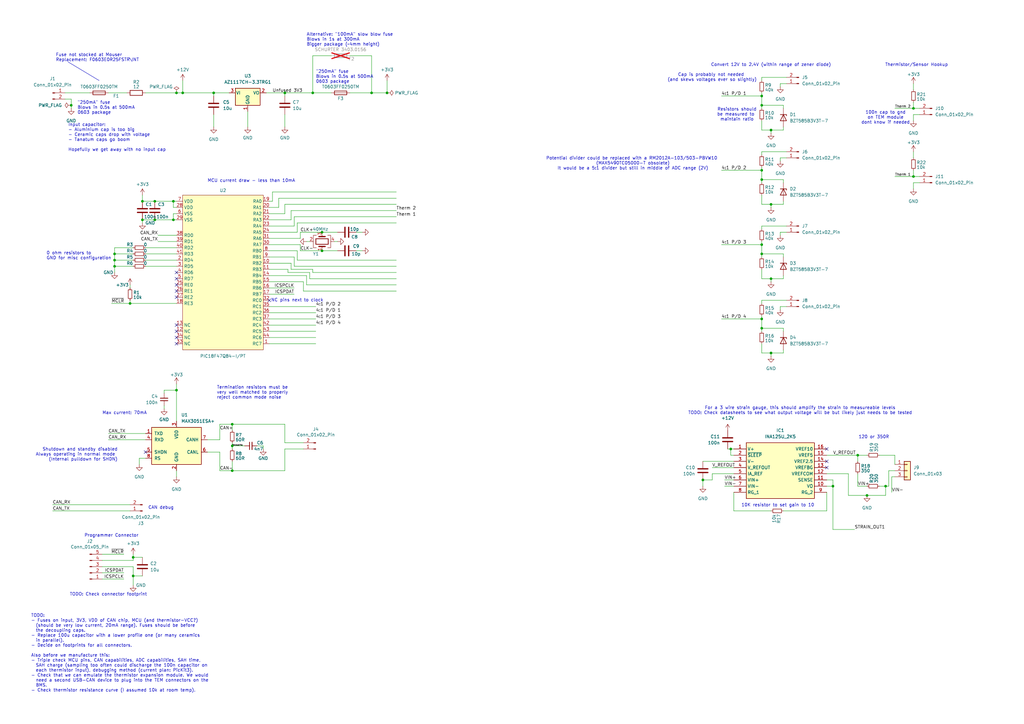
<source format=kicad_sch>
(kicad_sch (version 20231120) (generator "eeschema") (generator_version "8.0")
  (paper "A3")
  (title_block (title "Debug Board") (company "SUFST") (comment 1 "Stag 11") (comment 2 "Ethan Turnbull"))
  (junction (at 95.25 173.99))
  (junction (at 374.65 44.45))
  (junction (at 116.84 38.1))
  (junction (at 312.42 39.37))
  (junction (at 54.61 228.6))
  (junction (at 312.42 73.66))
  (junction (at 312.42 100.33))
  (junction (at 299.72 184.15))
  (junction (at 158.75 38.1))
  (junction (at 72.39 160.02))
  (junction (at 53.34 124.46))
  (junction (at 132.08 102.87))
  (junction (at 312.42 134.62))
  (junction (at 58.42 90.17))
  (junction (at 341.63 199.39))
  (junction (at 63.5 82.55))
  (junction (at 316.23 53.34))
  (junction (at 312.42 43.18))
  (junction (at 355.6 203.2))
  (junction (at 312.42 130.81))
  (junction (at 316.23 114.3))
  (junction (at 363.22 199.39))
  (junction (at 46.99 109.22))
  (junction (at 316.23 144.78))
  (junction (at 316.23 83.82))
  (junction (at 288.29 196.85))
  (junction (at 95.25 193.04))
  (junction (at 312.42 104.14))
  (junction (at 312.42 69.85))
  (junction (at 374.65 72.39))
  (junction (at 71.12 90.17))
  (junction (at 71.12 82.55))
  (junction (at 46.99 106.68))
  (junction (at 72.39 38.1))
  (junction (at 152.4 38.1))
  (junction (at 74.93 38.1))
  (junction (at 54.61 236.22))
  (junction (at 46.99 104.14))
  (junction (at 95.25 182.88))
  (junction (at 132.08 95.25))
  (junction (at 351.79 186.69))
  (junction (at 128.27 38.1))
  (junction (at 58.42 82.55))
  (junction (at 63.5 90.17))
  (junction (at 87.63 38.1))
  (junction (at 29.21 43.18))
  (no_connect (at 59.69 185.42))
  (no_connect (at 72.39 119.38))
  (no_connect (at 339.09 191.77))
  (no_connect (at 339.09 184.15))
  (no_connect (at 72.39 135.89))
  (no_connect (at 72.39 121.92))
  (no_connect (at 72.39 116.84))
  (no_connect (at 72.39 114.3))
  (no_connect (at 72.39 111.76))
  (no_connect (at 72.39 138.43))
  (no_connect (at 72.39 140.97))
  (no_connect (at 339.09 189.23))
  (no_connect (at 110.49 123.19))
  (no_connect (at 72.39 133.35))
  (wire (pts (xy 67.31 160.02) (xy 72.39 160.02)))
  (wire (pts (xy 110.49 102.87) (xy 121.92 102.87)))
  (wire (pts (xy 110.49 128.27) (xy 129.54 128.27)))
  (wire (pts (xy 71.12 87.63) (xy 71.12 90.17)))
  (wire (pts (xy 316.23 53.34) (xy 316.23 54.61)))
  (wire (pts (xy 312.42 62.23) (xy 322.58 62.23)))
  (wire (pts (xy 119.38 110.49) (xy 128.27 110.49)))
  (wire (pts (xy 29.21 44.45) (xy 29.21 43.18)))
  (wire (pts (xy 367.03 186.69) (xy 367.03 190.5)))
  (wire (pts (xy 374.65 69.85) (xy 374.65 72.39)))
  (wire (pts (xy 53.34 123.19) (xy 53.34 124.46)))
  (wire (pts (xy 124.46 119.38) (xy 124.46 115.57)))
  (wire (pts (xy 312.42 43.18) (xy 321.31 43.18)))
  (wire (pts (xy 57.15 187.96) (xy 59.69 187.96)))
  (wire (pts (xy 123.19 95.25) (xy 132.08 95.25)))
  (wire (pts (xy 295.91 39.37) (xy 312.42 39.37)))
  (wire (pts (xy 312.42 53.34) (xy 312.42 49.53)))
  (wire (pts (xy 59.69 101.6) (xy 72.39 101.6)))
  (wire (pts (xy 367.03 195.58) (xy 365.76 195.58)))
  (wire (pts (xy 297.18 199.39) (xy 300.99 199.39)))
  (wire (pts (xy 54.61 227.33) (xy 54.61 228.6)))
  (wire (pts (xy 341.63 196.85) (xy 341.63 199.39)))
  (wire (pts (xy 59.69 38.1) (xy 72.39 38.1)))
  (wire (pts (xy 288.29 196.85) (xy 292.1 196.85)))
  (wire (pts (xy 292.1 191.77) (xy 300.99 191.77)))
  (wire (pts (xy 292.1 194.31) (xy 292.1 196.85)))
  (wire (pts (xy 26.67 38.1) (xy 36.83 38.1)))
  (wire (pts (xy 339.09 199.39) (xy 341.63 199.39)))
  (wire (pts (xy 54.61 101.6) (xy 46.99 101.6)))
  (wire (pts (xy 59.69 106.68) (xy 72.39 106.68)))
  (wire (pts (xy 339.09 196.85) (xy 341.63 196.85)))
  (wire (pts (xy 71.12 85.09) (xy 71.12 82.55)))
  (wire (pts (xy 374.65 62.23) (xy 374.65 64.77)))
  (wire (pts (xy 72.39 85.09) (xy 71.12 85.09)))
  (wire (pts (xy 127 111.76) (xy 127 114.3)))
  (wire (pts (xy 121.92 91.44) (xy 162.56 91.44)))
  (wire (pts (xy 119.38 107.95) (xy 110.49 107.95)))
  (wire (pts (xy 54.61 109.22) (xy 46.99 109.22)))
  (wire (pts (xy 110.49 92.71) (xy 120.65 92.71)))
  (wire (pts (xy 292.1 194.31) (xy 300.99 194.31)))
  (wire (pts (xy 121.92 106.68) (xy 162.56 106.68)))
  (wire (pts (xy 90.17 173.99) (xy 90.17 180.34)))
  (wire (pts (xy 46.99 109.22) (xy 46.99 111.76)))
  (wire (pts (xy 26.67 40.64) (xy 29.21 40.64)))
  (wire (pts (xy 312.42 92.71) (xy 322.58 92.71)))
  (wire (pts (xy 114.3 81.28) (xy 114.3 85.09)))
  (wire (pts (xy 137.16 99.06) (xy 138.43 99.06)))
  (wire (pts (xy 148.59 95.25) (xy 146.05 95.25)))
  (wire (pts (xy 367.03 72.39) (xy 374.65 72.39)))
  (wire (pts (xy 377.19 46.99) (xy 374.65 46.99)))
  (wire (pts (xy 54.61 236.22) (xy 58.42 236.22)))
  (wire (pts (xy 132.08 102.87) (xy 138.43 102.87)))
  (wire (pts (xy 312.42 43.18) (xy 312.42 44.45)))
  (wire (pts (xy 72.39 38.1) (xy 74.93 38.1)))
  (wire (pts (xy 312.42 31.75) (xy 322.58 31.75)))
  (wire (pts (xy 121.92 102.87) (xy 121.92 106.68)))
  (wire (pts (xy 111.76 78.74) (xy 162.56 78.74)))
  (wire (pts (xy 63.5 90.17) (xy 71.12 90.17)))
  (wire (pts (xy 71.12 90.17) (xy 72.39 90.17)))
  (wire (pts (xy 95.25 193.04) (xy 116.84 193.04)))
  (wire (pts (xy 110.49 125.73) (xy 129.54 125.73)))
  (wire (pts (xy 120.65 88.9) (xy 162.56 88.9)))
  (wire (pts (xy 312.42 129.54) (xy 312.42 130.81)))
  (wire (pts (xy 95.25 181.61) (xy 95.25 182.88)))
  (wire (pts (xy 367.03 44.45) (xy 374.65 44.45)))
  (wire (pts (xy 320.04 125.73) (xy 322.58 125.73)))
  (wire (pts (xy 110.49 97.79) (xy 123.19 97.79)))
  (polyline (pts (xy 40.64 33.02) (xy 27.94 25.4)))
  (wire (pts (xy 87.63 38.1) (xy 93.98 38.1)))
  (wire (pts (xy 41.91 234.95) (xy 50.8 234.95)))
  (wire (pts (xy 119.38 86.36) (xy 162.56 86.36)))
  (wire (pts (xy 116.84 193.04) (xy 116.84 184.15)))
  (wire (pts (xy 320.04 95.25) (xy 322.58 95.25)))
  (wire (pts (xy 288.29 196.85) (xy 288.29 199.39)))
  (wire (pts (xy 316.23 83.82) (xy 316.23 85.09)))
  (wire (pts (xy 116.84 87.63) (xy 110.49 87.63)))
  (wire (pts (xy 124.46 119.38) (xy 162.56 119.38)))
  (wire (pts (xy 355.6 203.2) (xy 347.98 203.2)))
  (wire (pts (xy 339.09 201.93) (xy 339.09 209.55)))
  (wire (pts (xy 58.42 90.17) (xy 63.5 90.17)))
  (wire (pts (xy 95.25 176.53) (xy 95.25 173.99)))
  (wire (pts (xy 321.31 104.14) (xy 321.31 105.41)))
  (wire (pts (xy 312.42 31.75) (xy 312.42 33.02)))
  (wire (pts (xy 54.61 228.6) (xy 58.42 228.6)))
  (wire (pts (xy 341.63 217.17) (xy 350.52 217.17)))
  (wire (pts (xy 29.21 43.18) (xy 29.21 40.64)))
  (wire (pts (xy 312.42 92.71) (xy 312.42 93.98)))
  (wire (pts (xy 143.51 38.1) (xy 152.4 38.1)))
  (wire (pts (xy 120.65 118.11) (xy 110.49 118.11)))
  (wire (pts (xy 374.65 74.93) (xy 374.65 77.47)))
  (wire (pts (xy 120.65 92.71) (xy 120.65 88.9)))
  (wire (pts (xy 90.17 193.04) (xy 95.25 193.04)))
  (wire (pts (xy 54.61 236.22) (xy 54.61 240.03)))
  (wire (pts (xy 64.77 96.52) (xy 72.39 96.52)))
  (wire (pts (xy 116.84 181.61) (xy 124.46 181.61)))
  (wire (pts (xy 110.49 100.33) (xy 123.19 100.33)))
  (wire (pts (xy 365.76 195.58) (xy 365.76 201.93)))
  (wire (pts (xy 347.98 194.31) (xy 339.09 194.31)))
  (wire (pts (xy 316.23 209.55) (xy 300.99 209.55)))
  (wire (pts (xy 295.91 130.81) (xy 312.42 130.81)))
  (wire (pts (xy 125.73 113.03) (xy 110.49 113.03)))
  (wire (pts (xy 87.63 38.1) (xy 87.63 39.37)))
  (wire (pts (xy 114.3 85.09) (xy 110.49 85.09)))
  (wire (pts (xy 41.91 229.87) (xy 54.61 229.87)))
  (wire (pts (xy 59.69 104.14) (xy 72.39 104.14)))
  (wire (pts (xy 377.19 74.93) (xy 374.65 74.93)))
  (wire (pts (xy 110.49 130.81) (xy 129.54 130.81)))
  (wire (pts (xy 67.31 161.29) (xy 67.31 160.02)))
  (wire (pts (xy 110.49 135.89) (xy 129.54 135.89)))
  (wire (pts (xy 128.27 22.86) (xy 135.89 22.86)))
  (wire (pts (xy 374.65 41.91) (xy 374.65 44.45)))
  (wire (pts (xy 128.27 38.1) (xy 128.27 22.86)))
  (wire (pts (xy 46.99 104.14) (xy 54.61 104.14)))
  (wire (pts (xy 316.23 114.3) (xy 321.31 114.3)))
  (wire (pts (xy 119.38 110.49) (xy 119.38 107.95)))
  (wire (pts (xy 312.42 100.33) (xy 312.42 104.14)))
  (wire (pts (xy 74.93 38.1) (xy 87.63 38.1)))
  (wire (pts (xy 116.84 38.1) (xy 116.84 39.37)))
  (wire (pts (xy 360.68 186.69) (xy 367.03 186.69)))
  (wire (pts (xy 120.65 105.41) (xy 110.49 105.41)))
  (wire (pts (xy 374.65 34.29) (xy 374.65 36.83)))
  (wire (pts (xy 339.09 209.55) (xy 321.31 209.55)))
  (wire (pts (xy 71.12 82.55) (xy 72.39 82.55)))
  (wire (pts (xy 85.09 185.42) (xy 90.17 185.42)))
  (wire (pts (xy 162.56 109.22) (xy 120.65 109.22)))
  (wire (pts (xy 41.91 227.33) (xy 50.8 227.33)))
  (wire (pts (xy 58.42 80.01) (xy 58.42 82.55)))
  (wire (pts (xy 41.91 237.49) (xy 50.8 237.49)))
  (wire (pts (xy 316.23 144.78) (xy 316.23 146.05)))
  (wire (pts (xy 46.99 106.68) (xy 54.61 106.68)))
  (wire (pts (xy 363.22 199.39) (xy 363.22 203.2)))
  (wire (pts (xy 316.23 83.82) (xy 321.31 83.82)))
  (wire (pts (xy 67.31 166.37) (xy 67.31 167.64)))
  (wire (pts (xy 58.42 82.55) (xy 63.5 82.55)))
  (wire (pts (xy 110.49 138.43) (xy 129.54 138.43)))
  (wire (pts (xy 316.23 53.34) (xy 321.31 53.34)))
  (wire (pts (xy 320.04 96.52) (xy 320.04 95.25)))
  (wire (pts (xy 128.27 111.76) (xy 162.56 111.76)))
  (wire (pts (xy 143.51 22.86) (xy 152.4 22.86)))
  (wire (pts (xy 347.98 203.2) (xy 347.98 194.31)))
  (wire (pts (xy 116.84 173.99) (xy 116.84 181.61)))
  (wire (pts (xy 374.65 46.99) (xy 374.65 49.53)))
  (wire (pts (xy 107.95 182.88) (xy 107.95 184.15)))
  (wire (pts (xy 95.25 173.99) (xy 116.84 173.99)))
  (wire (pts (xy 298.45 184.15) (xy 299.72 184.15)))
  (wire (pts (xy 312.42 68.58) (xy 312.42 69.85)))
  (wire (pts (xy 360.68 199.39) (xy 363.22 199.39)))
  (wire (pts (xy 312.42 83.82) (xy 316.23 83.82)))
  (wire (pts (xy 316.23 114.3) (xy 316.23 115.57)))
  (wire (pts (xy 295.91 69.85) (xy 312.42 69.85)))
  (wire (pts (xy 152.4 38.1) (xy 158.75 38.1)))
  (wire (pts (xy 320.04 127) (xy 320.04 125.73)))
  (wire (pts (xy 321.31 83.82) (xy 321.31 82.55)))
  (wire (pts (xy 312.42 123.19) (xy 312.42 124.46)))
  (wire (pts (xy 124.46 115.57) (xy 110.49 115.57)))
  (wire (pts (xy 320.04 66.04) (xy 320.04 64.77)))
  (wire (pts (xy 351.79 189.23) (xy 351.79 186.69)))
  (wire (pts (xy 312.42 104.14) (xy 321.31 104.14)))
  (wire (pts (xy 63.5 82.55) (xy 71.12 82.55)))
  (wire (pts (xy 123.19 95.25) (xy 123.19 97.79)))
  (wire (pts (xy 72.39 193.04) (xy 72.39 195.58)))
  (wire (pts (xy 95.25 182.88) (xy 95.25 184.15)))
  (wire (pts (xy 312.42 38.1) (xy 312.42 39.37)))
  (wire (pts (xy 111.76 82.55) (xy 110.49 82.55)))
  (wire (pts (xy 320.04 64.77) (xy 322.58 64.77)))
  (wire (pts (xy 105.41 182.88) (xy 107.95 182.88)))
  (wire (pts (xy 300.99 201.93) (xy 300.99 209.55)))
  (wire (pts (xy 44.45 38.1) (xy 52.07 38.1)))
  (wire (pts (xy 72.39 87.63) (xy 71.12 87.63)))
  (wire (pts (xy 312.42 123.19) (xy 322.58 123.19)))
  (wire (pts (xy 90.17 185.42) (xy 90.17 193.04)))
  (wire (pts (xy 128.27 38.1) (xy 135.89 38.1)))
  (wire (pts (xy 54.61 232.41) (xy 54.61 236.22)))
  (wire (pts (xy 128.27 110.49) (xy 128.27 111.76)))
  (wire (pts (xy 295.91 100.33) (xy 312.42 100.33)))
  (wire (pts (xy 116.84 184.15) (xy 124.46 184.15)))
  (wire (pts (xy 148.59 102.87) (xy 146.05 102.87)))
  (wire (pts (xy 21.59 207.01) (xy 53.34 207.01)))
  (wire (pts (xy 95.25 182.88) (xy 100.33 182.88)))
  (wire (pts (xy 288.29 189.23) (xy 300.99 189.23)))
  (wire (pts (xy 44.45 177.8) (xy 59.69 177.8)))
  (wire (pts (xy 54.61 228.6) (xy 54.61 229.87)))
  (wire (pts (xy 123.19 102.87) (xy 132.08 102.87)))
  (wire (pts (xy 118.11 111.76) (xy 127 111.76)))
  (wire (pts (xy 53.34 116.84) (xy 53.34 118.11)))
  (wire (pts (xy 121.92 95.25) (xy 121.92 91.44)))
  (wire (pts (xy 351.79 186.69) (xy 355.6 186.69)))
  (wire (pts (xy 111.76 78.74) (xy 111.76 82.55)))
  (wire (pts (xy 101.6 45.72) (xy 101.6 52.07)))
  (wire (pts (xy 374.65 72.39) (xy 377.19 72.39)))
  (wire (pts (xy 116.84 83.82) (xy 116.84 87.63)))
  (wire (pts (xy 41.91 232.41) (xy 54.61 232.41)))
  (wire (pts (xy 110.49 90.17) (xy 119.38 90.17)))
  (wire (pts (xy 321.31 144.78) (xy 321.31 143.51)))
  (wire (pts (xy 95.25 189.23) (xy 95.25 193.04)))
  (wire (pts (xy 125.73 116.84) (xy 125.73 113.03)))
  (wire (pts (xy 312.42 73.66) (xy 312.42 74.93)))
  (wire (pts (xy 120.65 109.22) (xy 120.65 105.41)))
  (wire (pts (xy 110.49 133.35) (xy 129.54 133.35)))
  (wire (pts (xy 158.75 33.02) (xy 158.75 38.1)))
  (wire (pts (xy 297.18 196.85) (xy 300.99 196.85)))
  (wire (pts (xy 45.72 124.46) (xy 53.34 124.46)))
  (wire (pts (xy 87.63 46.99) (xy 87.63 52.07)))
  (wire (pts (xy 44.45 180.34) (xy 59.69 180.34)))
  (wire (pts (xy 127 114.3) (xy 162.56 114.3)))
  (wire (pts (xy 110.49 110.49) (xy 118.11 110.49)))
  (wire (pts (xy 321.31 53.34) (xy 321.31 52.07)))
  (wire (pts (xy 57.15 190.5) (xy 57.15 187.96)))
  (wire (pts (xy 53.34 124.46) (xy 72.39 124.46)))
  (wire (pts (xy 312.42 130.81) (xy 312.42 134.62)))
  (wire (pts (xy 312.42 144.78) (xy 316.23 144.78)))
  (wire (pts (xy 121.92 95.25) (xy 110.49 95.25)))
  (wire (pts (xy 320.04 34.29) (xy 322.58 34.29)))
  (wire (pts (xy 116.84 38.1) (xy 128.27 38.1)))
  (wire (pts (xy 321.31 43.18) (xy 321.31 44.45)))
  (wire (pts (xy 321.31 114.3) (xy 321.31 113.03)))
  (wire (pts (xy 312.42 114.3) (xy 312.42 110.49)))
  (wire (pts (xy 312.42 62.23) (xy 312.42 63.5)))
  (wire (pts (xy 367.03 193.04) (xy 364.49 193.04)))
  (wire (pts (xy 312.42 134.62) (xy 312.42 135.89)))
  (wire (pts (xy 312.42 114.3) (xy 316.23 114.3)))
  (wire (pts (xy 312.42 69.85) (xy 312.42 73.66)))
  (wire (pts (xy 74.93 33.02) (xy 74.93 38.1)))
  (wire (pts (xy 85.09 180.34) (xy 90.17 180.34)))
  (wire (pts (xy 312.42 53.34) (xy 316.23 53.34)))
  (wire (pts (xy 116.84 46.99) (xy 116.84 52.07)))
  (wire (pts (xy 316.23 144.78) (xy 321.31 144.78)))
  (wire (pts (xy 312.42 144.78) (xy 312.42 140.97)))
  (wire (pts (xy 299.72 184.15) (xy 299.72 186.69)))
  (wire (pts (xy 312.42 134.62) (xy 321.31 134.62)))
  (wire (pts (xy 312.42 39.37) (xy 312.42 43.18)))
  (wire (pts (xy 119.38 90.17) (xy 119.38 86.36)))
  (wire (pts (xy 46.99 101.6) (xy 46.99 104.14)))
  (wire (pts (xy 125.73 99.06) (xy 127 99.06)))
  (wire (pts (xy 363.22 199.39) (xy 364.49 199.39)))
  (wire (pts (xy 374.65 44.45) (xy 377.19 44.45)))
  (wire (pts (xy 110.49 140.97) (xy 129.54 140.97)))
  (wire (pts (xy 351.79 199.39) (xy 355.6 199.39)))
  (wire (pts (xy 64.77 99.06) (xy 72.39 99.06)))
  (wire (pts (xy 300.99 186.69) (xy 299.72 186.69)))
  (wire (pts (xy 321.31 134.62) (xy 321.31 135.89)))
  (wire (pts (xy 320.04 35.56) (xy 320.04 34.29)))
  (wire (pts (xy 351.79 194.31) (xy 351.79 199.39)))
  (wire (pts (xy 363.22 203.2) (xy 355.6 203.2)))
  (wire (pts (xy 90.17 173.99) (xy 95.25 173.99)))
  (wire (pts (xy 116.84 83.82) (xy 162.56 83.82)))
  (wire (pts (xy 118.11 111.76) (xy 118.11 110.49)))
  (wire (pts (xy 46.99 106.68) (xy 46.99 109.22)))
  (wire (pts (xy 46.99 104.14) (xy 46.99 106.68)))
  (wire (pts (xy 341.63 199.39) (xy 341.63 217.17)))
  (wire (pts (xy 110.49 120.65) (xy 120.65 120.65)))
  (wire (pts (xy 312.42 73.66) (xy 321.31 73.66)))
  (wire (pts (xy 364.49 193.04) (xy 364.49 199.39)))
  (wire (pts (xy 58.42 90.17) (xy 58.42 91.44)))
  (wire (pts (xy 299.72 184.15) (xy 300.99 184.15)))
  (wire (pts (xy 109.22 38.1) (xy 116.84 38.1)))
  (wire (pts (xy 312.42 104.14) (xy 312.42 105.41)))
  (wire (pts (xy 312.42 83.82) (xy 312.42 80.01)))
  (wire (pts (xy 152.4 22.86) (xy 152.4 38.1)))
  (wire (pts (xy 72.39 160.02) (xy 72.39 172.72)))
  (wire (pts (xy 339.09 186.69) (xy 351.79 186.69)))
  (wire (pts (xy 312.42 99.06) (xy 312.42 100.33)))
  (wire (pts (xy 125.73 116.84) (xy 162.56 116.84)))
  (wire (pts (xy 59.69 109.22) (xy 72.39 109.22)))
  (wire (pts (xy 123.19 100.33) (xy 123.19 102.87)))
  (wire (pts (xy 114.3 81.28) (xy 162.56 81.28)))
  (wire (pts (xy 321.31 73.66) (xy 321.31 74.93)))
  (wire (pts (xy 21.59 209.55) (xy 53.34 209.55)))
  (wire (pts (xy 72.39 157.48) (xy 72.39 160.02)))
  (wire (pts (xy 132.08 95.25) (xy 138.43 95.25)))
  (text "MCU current draw - less than 10mA" (at 85.09 74.93 0) (effects (font (size 1.27 1.27)) (justify left bottom)))
  (text "Thermistor/Sensor Hookup" (at 375.92 26.67 0) (effects (font (size 1.27 1.27))))
  (text "Max current: 70mA" (at 41.91 170.18 0) (effects (font (size 1.27 1.27)) (justify left bottom)))
  (text "Alternative: \"100mA\" slow blow fuse\nBlows in 1s at 300mA\nBigger package (~4mm height)" (at 125.73 19.05 0) (effects (font (size 1.27 1.27)) (justify left bottom)))
  (text "Cap is probably not needed \n(and skews voltages ever so slightly)" (at 292.1 31.75 0) (effects (font (size 1.27 1.27))))
  (text "10K resistor to set gain to 10" (at 319.024 207.264 0) (effects (font (size 1.27 1.27))))
  (text "For a 3 wire strain gauge, this should amplify the strain to measureable levels\nTODO: Check datasheets to see what output voltage will be but likely just needs to be tested" (at 328.168 168.402 0) (effects (font (size 1.27 1.27))))
  (text "Shutdown and standby disabled\nAlways operating in normal mode \n(Internal pulldown for SHDN)" (at 48.26 189.23 0) (effects (font (size 1.27 1.27)) (justify right bottom)))
  (text "\"250mA\" fuse\nBlows in 0.5s at 500mA\n0603 package" (at 129.54 34.29 0) (effects (font (size 1.27 1.27)) (justify left bottom)))
  (text "Input capacitor:\n- Aluminium cap is too big\n- Ceramic caps drop with voltage\n- Tanatum caps go boom\n\nHopefully we get away with no input cap" (at 27.94 62.23 0) (effects (font (size 1.27 1.27)) (justify left bottom)))
  (text "Resistors should\nbe measured to \nmaintain ratio" (at 302.26 46.99 0) (effects (font (size 1.27 1.27))))
  (text "\"250mA\" fuse\nBlows in 0.5s at 500mA\n0603 package" (at 31.75 46.99 0) (effects (font (size 1.27 1.27)) (justify left bottom)))
  (text "Convert 12V to 2.4V (within range of zener diode)" (at 316.23 26.67 0) (effects (font (size 1.27 1.27))))
  (text "0 ohm resistors to\nGND for misc configuration" (at 19.05 106.68 0) (effects (font (size 1.27 1.27)) (justify left bottom)))
  (text "TODO:\n- Fuses on input, 3V3, VDD of CAN chip, MCU (and thermistor-VCC?)\n  (should be very low current, 20mA range). Fuses should be before\n  the decoupling caps.\n- Replace 100u capacitor with a lower profile one (or many ceramics\n  in parallel).\n- Decide on footprints for all connectors.\n\nAlso before we manufacture this:\n- Triple check MCU pins, CAN capabilities, ADC capabilities, SAH time,\n  SAH charge (sampling too often could discharge the 100n capacitor on\n  each thermistor input), debugging method (current plan: PicKit3).\n- Check that we can emulate the thermistor expansion module. We would\n  need a second USB-CAN device to plug into the TEM connectors on the\n  BMS.\n- Check thermistor resistance curve (I assumed 10k at room temp)." (at 12.7 283.972 0) (effects (font (size 1.27 1.27)) (justify left bottom)))
  (text "120 or 350R\n" (at 358.394 179.324 0) (effects (font (size 1.27 1.27))))
  (text "Fuse not stocked at Mouser\nReplacement: F0603E0R25FSTR\\INT" (at 22.86 25.4 0) (effects (font (size 1.27 1.27)) (justify left bottom)))
  (text "Termination resistors must be \nvery well matched to properly \nreject common mode noise" (at 88.9 163.83 0) (effects (font (size 1.27 1.27)) (justify left bottom)))
  (text "NC pins next to clock" (at 121.92 123.19 0) (effects (font (size 1.27 1.27))))
  (text "Potential divider could be replaced with a RM2012A-103/503-PBVW10 \n(MAX5490TC05000-T obsolete)\nIt would be a 5:1 divider but still in middle of ADC range (2V)" (at 259.588 67.056 0) (effects (font (size 1.27 1.27))))
  (text "100n cap to gnd\non TEM module\ndont know if needed" (at 363.22 48.26 0) (effects (font (size 1.27 1.27))))
  (text "Programmer Connector" (at 45.72 219.71 0) (effects (font (size 1.27 1.27))))
  (text "CAN debug" (at 66.04 208.28 0) (effects (font (size 1.27 1.27))))
  (text "TODO: Check connector footprint" (at 44.45 243.84 0) (effects (font (size 1.27 1.27))))
  (label "CAN_RX" (at 44.45 180.34 0))
  (label "VIN-" (at 297.18 199.39 0))
  (label "4:1 P{slash}D 3" (at 129.54 130.81 0))
  (label "CAN_TX" (at 21.59 209.55 0))
  (label "STRAIN_OUT1" (at 350.52 217.17 0))
  (label "ICSPDAT" (at 120.65 120.65 180))
  (label "4:1 P{slash}D 3" (at 295.91 100.33 0))
  (label "V_REFOUT" (at 341.63 186.69 0))
  (label "VIN-" (at 365.76 201.93 0))
  (label "4:1 P{slash}D 2" (at 129.54 125.73 0))
  (label "CLK+" (at 123.19 95.25 0))
  (label "4:1 P{slash}D 4" (at 129.54 133.35 0))
  (label "Therm 2" (at 367.03 44.45 0) (effects (font (size 1.016 1.016))))
  (label "CAN+" (at 90.17 176.53 0))
  (label "~{MCLR}" (at 50.8 227.33 180))
  (label "Decoupling" (at 95.25 182.88 0) (effects (font (size 0.508 0.508))))
  (label "CAN_RX" (at 64.77 96.52 180))
  (label "4:1 P{slash}D 1" (at 129.54 128.27 0))
  (label "Therm 2" (at 162.56 86.36 0))
  (label "CAN_TX" (at 44.45 177.8 0))
  (label "CLK-" (at 123.19 102.87 0))
  (label "4:1 P{slash}D 2" (at 295.91 69.85 0))
  (label "4:1 P{slash}D 1" (at 295.91 39.37 0))
  (label "CAN-" (at 90.17 193.04 0))
  (label "ICSPDAT" (at 50.8 234.95 180))
  (label "4:1 P{slash}D 4" (at 295.91 130.81 0))
  (label "CAN_RX" (at 21.59 207.01 0))
  (label "~{MCLR}" (at 45.72 124.46 0))
  (label "Therm 1" (at 367.03 72.39 0) (effects (font (size 1.016 1.016))))
  (label "ICSPCLK" (at 50.8 237.49 180))
  (label "CAN_TX" (at 64.77 99.06 180))
  (label "Unfused 3V3" (at 111.76 38.1 0))
  (label "VIN+" (at 297.18 196.85 0))
  (label "VIN+" (at 351.79 199.39 0))
  (label "V_REFOUT" (at 292.1 191.77 0))
  (label "ICSPCLK" (at 120.65 118.11 180))
  (label "Therm 1" (at 162.56 88.9 0))
  (symbol (lib_id "Device:R_Small") (at 95.25 179.07 180) (unit 1)
    (property "Reference" "R7" (at 96.52 178.435 0) (effects (justify right)))
    (property "Value" "60R" (at 96.52 180.34 0) (effects (justify right)))
    (property "Footprint" "Resistor_SMD:R_0805_2012Metric_Pad1.20x1.40mm_HandSolder" (effects (hide yes)))
    (property "Datasheet" "https://www.mouser.co.uk/datasheet/2/427/dcrcwife3-1761849.pdf" (effects (hide yes)))
    (property "Optional" "True" (effects (hide yes)))
    (property "Supplier" "Mouser" (effects (hide yes)))
  )
  (symbol (lib_id "Device:C") (at 58.42 86.36 0) (unit 1)
    (property "Reference" "C1" (at 59.69 83.82 0) (effects (justify left)))
    (property "Value" "100n" (at 59.055 88.9 0) (effects (justify left)))
    (property "Footprint" "Capacitor_SMD:C_0805_2012Metric_Pad1.18x1.45mm_HandSolder" (effects (hide yes)))
  )
  (symbol (lib_id "power:+3V3") (at 54.61 227.33 0) (unit 1)
    (property "Reference" "#PWR04" (effects (hide yes)))
    (property "Value" "+3V3" (at 54.61 222.885 0))
  )
  (symbol (lib_id "Device:R_Small") (at 312.42 107.95 180) (unit 1)
    (property "Reference" "R14" (at 313.69 107.315 0) (effects (justify right)))
    (property "Value" "10k" (at 313.69 109.22 0) (effects (justify right)))
    (property "Footprint" "Resistor_SMD:R_0805_2012Metric_Pad1.20x1.40mm_HandSolder" (effects (hide yes)))
    (property "Datasheet" "https://www.mouser.co.uk/datasheet/2/427/dcrcwife3-1761849.pdf" (effects (hide yes)))
    (property "Optional" "True" (effects (hide yes)))
    (property "Supplier" "Mouser" (effects (hide yes)))
  )
  (symbol (lib_name "GND_1") (lib_id "power:GND") (at 87.63 52.07 0) (unit 1)
    (property "Reference" "#PWR013" (effects (hide yes)))
    (property "Value" "GND" (at 87.63 57.15 0))
    (property "Description" "Power symbol creates a global label with name \"GND\" , ground" (effects (hide yes)))
  )
  (symbol (lib_id "Device:R_Small") (at 312.42 127 180) (unit 1)
    (property "Reference" "R15" (at 313.69 126.365 0) (effects (justify right)))
    (property "Value" "40k" (at 313.69 128.27 0) (effects (justify right)))
    (property "Footprint" "Resistor_SMD:R_0805_2012Metric_Pad1.20x1.40mm_HandSolder" (effects (hide yes)))
    (property "Datasheet" "https://www.mouser.co.uk/datasheet/2/427/dcrcwife3-1761849.pdf" (effects (hide yes)))
    (property "Optional" "True" (effects (hide yes)))
    (property "Supplier" "Mouser" (effects (hide yes)))
  )
  (symbol (lib_id "power:+3V3") (at 374.65 34.29 0) (unit 1)
    (property "Reference" "#PWR033" (effects (hide yes)))
    (property "Value" "+3V3" (at 374.65 30.48 0))
  )
  (symbol (lib_id "power:GND") (at 148.59 95.25 90) (unit 1)
    (property "Reference" "#PWR019" (effects (hide yes)))
    (property "Value" "GND" (effects (hide yes)))
  )
  (symbol (lib_id "power:GND") (at 107.95 184.15 0) (unit 1)
    (property "Reference" "#PWR015" (effects (hide yes)))
    (property "Value" "GND" (at 107.95 187.96 0))
  )
  (symbol (lib_id "Device:Fuse") (at 40.64 38.1 90) (unit 1)
    (property "Reference" "F1" (at 47.625 39.37 90))
    (property "Value" "T0603FF0250TM" (at 40.64 35.56 90))
    (property "Footprint" "Fuse:Fuse_0603_1608Metric_Pad1.05x0.95mm_HandSolder" (effects (hide yes)))
  )
  (symbol (lib_id "power:+3V3") (at 58.42 80.01 0) (unit 1)
    (property "Reference" "#PWR07" (effects (hide yes)))
    (property "Value" "+3V3" (at 58.42 75.565 0))
  )
  (symbol (lib_id "power:GND") (at 116.84 52.07 0) (unit 1)
    (property "Reference" "#PWR016" (effects (hide yes)))
    (property "Value" "GND" (at 116.84 56.515 0))
  )
  (symbol (lib_id "power:GND") (at 58.42 91.44 0) (unit 1)
    (property "Reference" "#PWR08" (effects (hide yes)))
    (property "Value" "GND" (at 61.595 91.44 0))
  )
  (symbol (lib_id "Device:C") (at 142.24 95.25 90) (unit 1)
    (property "Reference" "C8" (at 145.415 97.155 90))
    (property "Value" "10p" (at 145.415 93.98 90))
    (property "Footprint" "Capacitor_SMD:C_0603_1608Metric_Pad1.08x0.95mm_HandSolder" (effects (hide yes)))
  )
  (symbol (lib_name "GND_3") (lib_id "power:GND") (at 316.23 85.09 0) (unit 1)
    (property "Reference" "#PWR025" (effects (hide yes)))
    (property "Value" "GND" (at 316.23 90.17 0))
    (property "Description" "Power symbol creates a global label with name \"GND\" , ground" (effects (hide yes)))
  )
  (symbol (lib_id "power:GND") (at 374.65 49.53 0) (unit 1)
    (property "Reference" "#PWR034" (effects (hide yes)))
    (property "Value" "GND" (at 374.65 54.61 0))
  )
  (symbol (lib_id "Device:C") (at 58.42 232.41 0) (unit 1)
    (property "Reference" "C2" (at 61.595 231.14 0) (effects (justify left)))
    (property "Value" "10u" (at 61.595 233.68 0) (effects (justify left)))
    (property "Footprint" "Capacitor_SMD:C_0805_2012Metric_Pad1.18x1.45mm_HandSolder" (effects (hide yes)))
  )
  (symbol (lib_name "GND_3") (lib_id "power:GND") (at 316.23 115.57 0) (unit 1)
    (property "Reference" "#PWR026" (effects (hide yes)))
    (property "Value" "GND" (at 316.23 120.65 0))
    (property "Description" "Power symbol creates a global label with name \"GND\" , ground" (effects (hide yes)))
  )
  (symbol (lib_id "power:+3V3") (at 374.65 62.23 0) (unit 1)
    (property "Reference" "#PWR035" (effects (hide yes)))
    (property "Value" "+3V3" (at 374.65 58.42 0))
  )
  (symbol (lib_id "power:+12V") (at 74.93 33.02 0) (unit 1)
    (property "Reference" "#PWR012" (effects (hide yes)))
    (property "Value" "+12V" (at 74.93 28.575 0))
  )
  (symbol (lib_id "power:+12V") (at 298.45 176.53 0) (unit 1)
    (property "Reference" "#PWR023" (effects (hide yes)))
    (property "Value" "+12V" (at 298.45 171.45 0))
    (property "Description" "Power symbol creates a global label with name \"+12V\"" (effects (hide yes)))
  )
  (symbol (lib_id "Connector:Conn_01x02_Pin") (at 327.66 34.29 180) (unit 1)
    (property "Reference" "J5" (at 328.93 31.7499 0) (effects (justify right)))
    (property "Value" "Conn_01x02_Pin" (at 328.93 34.2899 0) (effects (justify right)))
    (property "Footprint" "Connector_Molex:Molex_Micro-Fit_3.0_43045-0200_2x01_P3.00mm_Horizontal" (effects (hide yes)))
    (property "Description" "Generic connector, single row, 01x02, script generated" (effects (hide yes)))
  )
  (symbol (lib_id "Device:R_Small") (at 312.42 66.04 180) (unit 1)
    (property "Reference" "R11" (at 313.69 65.405 0) (effects (justify right)))
    (property "Value" "40k" (at 313.69 67.31 0) (effects (justify right)))
    (property "Footprint" "Resistor_SMD:R_0805_2012Metric_Pad1.20x1.40mm_HandSolder" (effects (hide yes)))
    (property "Datasheet" "https://www.mouser.co.uk/datasheet/2/427/dcrcwife3-1761849.pdf" (effects (hide yes)))
    (property "Optional" "True" (effects (hide yes)))
    (property "Supplier" "Mouser" (effects (hide yes)))
  )
  (symbol (lib_id "Device:C") (at 142.24 102.87 90) (unit 1)
    (property "Reference" "C9" (at 146.05 100.965 90))
    (property "Value" "10p" (at 146.05 104.14 90))
    (property "Footprint" "Capacitor_SMD:C_0603_1608Metric_Pad1.08x0.95mm_HandSolder" (effects (hide yes)))
  )
  (symbol (lib_id "Device:C") (at 116.84 43.18 0) (unit 1)
    (property "Reference" "C7" (at 120.015 41.91 0) (effects (justify left)))
    (property "Value" "10u" (at 120.015 44.45 0) (effects (justify left)))
    (property "Footprint" "Capacitor_SMD:C_0805_2012Metric_Pad1.18x1.45mm_HandSolder" (effects (hide yes)))
    (property "Description" "ESR < 10R" (effects (hide yes)))
  )
  (symbol (lib_id "power:+3V3") (at 158.75 33.02 0) (unit 1)
    (property "Reference" "#PWR021" (effects (hide yes)))
    (property "Value" "+3V3" (at 158.75 28.575 0))
  )
  (symbol (lib_id "Device:D_Zener") (at 321.31 78.74 270) (unit 1)
    (property "Reference" "D2" (at 323.85 77.4699 90) (effects (justify left)))
    (property "Value" "BZT585B3V3T-7" (at 323.85 80.0099 90) (effects (justify left)))
    (property "Footprint" "Diode_SMD:D_SOD-523" (effects (hide yes)))
    (property "Datasheet" "https://www.diodes.com//assets/Datasheets/BZT585BxVxT.pdf" (effects (hide yes)))
    (property "Description" "Diodes Inc BZT585B3V3T-7 Zener Diode, 3.3V +/-2% 350 mW SMT 2-Pin SOD-523" (effects (hide yes)))
    (property "Height" "0.65" (effects (hide yes)))
    (property "Mouser Part Number" "621-BZT585B3V3T-7" (effects (hide yes)))
    (property "Mouser Price/Stock" "https://www.mouser.co.uk/ProductDetail/Diodes-Incorporated/BZT585B3V3T-7?qs=bLNvM6dkO6SLQKLMisQhRA%3D%3D" (effects (hide yes)))
    (property "Manufacturer_Name" "Diodes Incorporated" (effects (hide yes)))
    (property "Manufacturer_Part_Number" "BZT585B3V3T-7" (effects (hide yes)))
  )
  (symbol (lib_id "power:GND") (at 72.39 195.58 0) (unit 1)
    (property "Reference" "#PWR011" (effects (hide yes)))
    (property "Value" "GND" (at 72.39 200.66 0))
  )
  (symbol (lib_id "Device:Fuse") (at 139.7 38.1 90) (unit 1)
    (property "Reference" "F3" (at 139.7 40.386 90))
    (property "Value" "T0603FF0250TM" (at 139.7 35.56 90))
    (property "Footprint" "Fuse:Fuse_0603_1608Metric_Pad1.05x0.95mm_HandSolder" (effects (hide yes)))
  )
  (symbol (lib_id "power:GND") (at 288.29 199.39 0) (mirror y) (unit 1)
    (property "Reference" "#PWR022" (effects (hide yes)))
    (property "Value" "GND" (at 288.29 204.47 0))
    (property "Description" "Power symbol creates a global label with name \"GND\" , ground" (effects (hide yes)))
  )
  (symbol (lib_id "Connector:Conn_01x02_Pin") (at 382.27 46.99 180) (unit 1)
    (property "Reference" "J10" (at 383.54 44.4499 0) (effects (justify right)))
    (property "Value" "Conn_01x02_Pin" (at 383.54 46.9899 0) (effects (justify right)))
    (property "Footprint" "Connector_Molex:Molex_Micro-Fit_3.0_43045-0200_2x01_P3.00mm_Horizontal" (effects (hide yes)))
    (property "Description" "Generic connector, single row, 01x02, script generated" (effects (hide yes)))
  )
  (symbol (lib_id "Regulator_Linear:AZ1117-3.3") (at 101.6 38.1 0) (unit 1)
    (property "Reference" "U3" (at 101.6 31.115 0))
    (property "Value" "AZ1117CH-3.3TRG1" (at 101.6 33.655 0))
    (property "Footprint" "Package_TO_SOT_SMD:SOT-223-3_TabPin2" (effects (hide yes)))
  )
  (symbol (lib_id "Device:C") (at 87.63 43.18 0) (unit 1)
    (property "Reference" "C5" (at 91.44 41.9099 0) (effects (justify left)))
    (property "Value" "10u" (at 91.44 44.4499 0) (effects (justify left)))
    (property "Footprint" "Capacitor_SMD:C_0805_2012Metric_Pad1.18x1.45mm_HandSolder" (effects (hide yes)))
    (property "Description" "Unpolarized capacitor" (effects (hide yes)))
  )
  (symbol (lib_id "Device:R_Small") (at 312.42 77.47 180) (unit 1)
    (property "Reference" "R12" (at 313.69 76.835 0) (effects (justify right)))
    (property "Value" "10k" (at 313.69 78.74 0) (effects (justify right)))
    (property "Footprint" "Resistor_SMD:R_0805_2012Metric_Pad1.20x1.40mm_HandSolder" (effects (hide yes)))
    (property "Datasheet" "https://www.mouser.co.uk/datasheet/2/427/dcrcwife3-1761849.pdf" (effects (hide yes)))
    (property "Optional" "True" (effects (hide yes)))
    (property "Supplier" "Mouser" (effects (hide yes)))
  )
  (symbol (lib_name "GND_2") (lib_id "power:GND") (at 320.04 66.04 0) (unit 1)
    (property "Reference" "#PWR029" (effects (hide yes)))
    (property "Value" "GND" (at 320.04 71.12 0))
    (property "Description" "Power symbol creates a global label with name \"GND\" , ground" (effects (hide yes)))
  )
  (symbol (lib_id "Device:R_Small") (at 351.79 191.77 180) (unit 1)
    (property "Reference" "R18" (at 353.06 191.135 0) (effects (justify right)))
    (property "Value" "350" (at 353.06 193.04 0) (effects (justify right)))
    (property "Footprint" "Resistor_SMD:R_0805_2012Metric_Pad1.20x1.40mm_HandSolder" (effects (hide yes)))
    (property "Datasheet" "https://www.mouser.co.uk/datasheet/2/427/dcrcwife3-1761849.pdf" (effects (hide yes)))
    (property "Optional" "True" (effects (hide yes)))
    (property "Supplier" "Mouser" (effects (hide yes)))
  )
  (symbol (lib_id "Device:R_Small") (at 374.65 39.37 180) (unit 1)
    (property "Reference" "R21" (at 375.92 38.735 0) (effects (justify right)))
    (property "Value" "10k" (at 375.92 40.64 0) (effects (justify right)))
    (property "Footprint" "Resistor_SMD:R_0805_2012Metric_Pad1.20x1.40mm_HandSolder" (effects (hide yes)))
    (property "Datasheet" "https://www.mouser.co.uk/datasheet/2/427/dcrcwife3-1761849.pdf" (effects (hide yes)))
    (property "Optional" "True" (effects (hide yes)))
    (property "Supplier" "Mouser" (effects (hide yes)))
  )
  (symbol (lib_id "power:PWR_FLAG") (at 29.21 43.18 90) (unit 1)
    (property "Reference" "#FLG01" (effects (hide yes)))
    (property "Value" "PWR_FLAG" (at 25.4 43.18 90) (effects (justify left)))
  )
  (symbol (lib_id "SUFST:PIC18F47Q84-I/PT") (at 91.44 111.76 0) (mirror y) (unit 1)
    (property "Reference" "U2" (at 91.44 78.105 0))
    (property "Value" "PIC18F47Q84-I/PT" (at 91.44 146.05 0))
    (property "Footprint" "Package_QFP:TQFP-44_10x10mm_P0.8mm" (effects (hide yes)))
    (property "Datasheet" "https://www.microchip.com/en-us/product/pic18f47q84#document-table" (effects (hide yes)))
  )
  (symbol (lib_id "power:PWR_FLAG") (at 158.75 38.1 270) (unit 1)
    (property "Reference" "#FLG03" (effects (hide yes)))
    (property "Value" "PWR_FLAG" (at 161.925 38.1 90) (effects (justify left)))
  )
  (symbol (lib_id "Device:Crystal_GND24") (at 132.08 99.06 90) (unit 1)
    (property "Reference" "Y1" (at 129.54 104.14 90))
    (property "Value" "40MHz" (at 131.445 93.98 90))
    (property "Footprint" "Crystal:Crystal_SMD_SeikoEpson_FA128-4Pin_2.0x1.6mm" (effects (hide yes)))
  )
  (symbol (lib_id "Device:R_Small") (at 312.42 138.43 180) (unit 1)
    (property "Reference" "R16" (at 313.69 137.795 0) (effects (justify right)))
    (property "Value" "10k" (at 313.69 139.7 0) (effects (justify right)))
    (property "Footprint" "Resistor_SMD:R_0805_2012Metric_Pad1.20x1.40mm_HandSolder" (effects (hide yes)))
    (property "Datasheet" "https://www.mouser.co.uk/datasheet/2/427/dcrcwife3-1761849.pdf" (effects (hide yes)))
    (property "Optional" "True" (effects (hide yes)))
    (property "Supplier" "Mouser" (effects (hide yes)))
  )
  (symbol (lib_id "sufst-lib:INA125U_2K5") (at 300.99 184.15 0) (unit 1)
    (property "Reference" "IC1" (at 320.04 176.53 0))
    (property "Value" "INA125U_2K5" (at 320.04 179.07 0))
    (property "Footprint" "SOIC127P600X175-16N" (effects (hide yes)))
    (property "Datasheet" "http://www.ti.com/lit/gpn/INA125" (effects (hide yes)))
    (property "Description" "Instrumentation Amplifier with Precision Voltage Reference" (effects (hide yes)))
    (property "Height" "1.75" (effects (hide yes)))
    (property "Manufacturer_Name" "Texas Instruments" (effects (hide yes)))
    (property "Manufacturer_Part_Number" "INA125U/2K5" (effects (hide yes)))
    (property "Mouser Part Number" "595-INA125U/2K5" (effects (hide yes)))
    (property "Mouser Price/Stock" "https://www.mouser.co.uk/ProductDetail/Texas-Instruments/INA125U-2K5?qs=VBduBm9rCJQGPPOc6d8%2FKg%3D%3D" (effects (hide yes)))
    (property "Arrow Part Number" "INA125U/2K5" (effects (hide yes)))
    (property "Arrow Price/Stock" "https://www.arrow.com/en/products/ina125u2k5/texas-instruments?region=nac" (effects (hide yes)))
  )
  (symbol (lib_id "Connector:Conn_01x02_Pin") (at 21.59 38.1 0) (unit 1)
    (property "Reference" "J1" (at 21.59 32.258 0))
    (property "Value" "Conn_01x02_Pin" (at 21.59 34.798 0))
    (property "Footprint" "Connector_Molex:Molex_Micro-Fit_3.0_43045-0200_2x01_P3.00mm_Horizontal" (effects (hide yes)))
    (property "Description" "Generic connector, single row, 01x02, script generated" (effects (hide yes)))
  )
  (symbol (lib_id "power:GND") (at 101.6 52.07 0) (unit 1)
    (property "Reference" "#PWR014" (effects (hide yes)))
    (property "Value" "GND" (at 101.6 56.515 0))
  )
  (symbol (lib_id "power:GND") (at 355.6 203.2 0) (unit 1)
    (property "Reference" "#PWR032" (effects (hide yes)))
    (property "Value" "GND" (at 355.6 208.28 0))
    (property "Description" "Power symbol creates a global label with name \"GND\" , ground" (effects (hide yes)))
  )
  (symbol (lib_id "power:GND") (at 374.65 77.47 0) (unit 1)
    (property "Reference" "#PWR036" (effects (hide yes)))
    (property "Value" "GND" (at 374.65 82.55 0))
  )
  (symbol (lib_id "Device:R_Small") (at 57.15 106.68 270) (unit 1)
    (property "Reference" "R5" (at 54.61 105.41 90) (effects (justify right)))
    (property "Value" "0" (at 60.325 105.41 90) (effects (justify right)))
    (property "Footprint" "Resistor_SMD:R_0805_2012Metric_Pad1.20x1.40mm_HandSolder" (effects (hide yes)))
    (property "Optional" "True" (effects (hide yes)))
    (property "Supplier" "Mouser" (effects (hide yes)))
  )
  (symbol (lib_name "GND_2") (lib_id "power:GND") (at 320.04 96.52 0) (unit 1)
    (property "Reference" "#PWR030" (effects (hide yes)))
    (property "Value" "GND" (at 320.04 101.6 0))
    (property "Description" "Power symbol creates a global label with name \"GND\" , ground" (effects (hide yes)))
  )
  (symbol (lib_id "Connector:Conn_01x05_Pin") (at 36.83 232.41 0) (mirror x) (unit 1)
    (property "Reference" "J2" (at 36.83 221.996 0))
    (property "Value" "Conn_01x05_Pin" (at 36.83 224.282 0))
    (property "Footprint" "Connector_PinSocket_2.54mm:PinSocket_1x05_P2.54mm_Horizontal" (effects (hide yes)))
  )
  (symbol (lib_id "Device:R_Small") (at 312.42 46.99 180) (unit 1)
    (property "Reference" "R10" (at 313.69 46.355 0) (effects (justify right)))
    (property "Value" "10k" (at 313.69 48.26 0) (effects (justify right)))
    (property "Footprint" "Resistor_SMD:R_0805_2012Metric_Pad1.20x1.40mm_HandSolder" (effects (hide yes)))
    (property "Datasheet" "https://www.mouser.co.uk/datasheet/2/427/dcrcwife3-1761849.pdf" (effects (hide yes)))
    (property "Optional" "True" (effects (hide yes)))
    (property "Supplier" "Mouser" (effects (hide yes)))
  )
  (symbol (lib_id "Device:R") (at 55.88 38.1 90) (unit 1)
    (property "Reference" "R2" (at 55.88 33.655 90))
    (property "Value" "12" (at 55.88 35.56 90))
    (property "Footprint" "Resistor_SMD:R_0805_2012Metric_Pad1.20x1.40mm_HandSolder" (effects (hide yes)))
  )
  (symbol (lib_name "GND_1") (lib_id "power:GND") (at 29.21 44.45 0) (unit 1)
    (property "Reference" "#PWR01" (effects (hide yes)))
    (property "Value" "GND" (at 29.21 49.53 0))
    (property "Description" "Power symbol creates a global label with name \"GND\" , ground" (effects (hide yes)))
  )
  (symbol (lib_id "Device:R_Small") (at 57.15 109.22 270) (unit 1)
    (property "Reference" "R6" (at 54.61 107.95 90) (effects (justify right)))
    (property "Value" "0" (at 60.325 107.95 90) (effects (justify right)))
    (property "Footprint" "Resistor_SMD:R_0805_2012Metric_Pad1.20x1.40mm_HandSolder" (effects (hide yes)))
    (property "Optional" "True" (effects (hide yes)))
    (property "Supplier" "Mouser" (effects (hide yes)))
  )
  (symbol (lib_id "power:GND") (at 46.99 111.76 0) (unit 1)
    (property "Reference" "#PWR02" (effects (hide yes)))
    (property "Value" "GND" (at 44.45 111.76 0))
  )
  (symbol (lib_id "Device:C") (at 298.45 180.34 0) (mirror y) (unit 1)
    (property "Reference" "C11" (at 295.275 179.07 0) (effects (justify left)))
    (property "Value" "100n" (at 295.275 181.61 0) (effects (justify left)))
    (property "Footprint" "Capacitor_SMD:C_0805_2012Metric_Pad1.18x1.45mm_HandSolder" (effects (hide yes)))
    (property "Description" "ESR < 10R" (effects (hide yes)))
  )
  (symbol (lib_id "Connector:Conn_01x02_Pin") (at 382.27 74.93 180) (unit 1)
    (property "Reference" "J11" (at 383.54 72.3899 0) (effects (justify right)))
    (property "Value" "Conn_01x02_Pin" (at 383.54 74.9299 0) (effects (justify right)))
    (property "Footprint" "Connector_Molex:Molex_Micro-Fit_3.0_43045-0200_2x01_P3.00mm_Horizontal" (effects (hide yes)))
    (property "Description" "Generic connector, single row, 01x02, script generated" (effects (hide yes)))
  )
  (symbol (lib_name "GND_2") (lib_id "power:GND") (at 320.04 35.56 0) (unit 1)
    (property "Reference" "#PWR028" (effects (hide yes)))
    (property "Value" "GND" (at 320.04 40.64 0))
    (property "Description" "Power symbol creates a global label with name \"GND\" , ground" (effects (hide yes)))
  )
  (symbol (lib_id "Device:R_Small") (at 95.25 186.69 180) (unit 1)
    (property "Reference" "R8" (at 96.52 186.055 0) (effects (justify right)))
    (property "Value" "60R" (at 96.52 187.96 0) (effects (justify right)))
    (property "Footprint" "Resistor_SMD:R_0805_2012Metric_Pad1.20x1.40mm_HandSolder" (effects (hide yes)))
    (property "Datasheet" "https://www.mouser.co.uk/datasheet/2/427/dcrcwife3-1761849.pdf" (effects (hide yes)))
    (property "Optional" "True" (effects (hide yes)))
    (property "Supplier" "Mouser" (effects (hide yes)))
  )
  (symbol (lib_id "Device:R_Small") (at 358.14 186.69 270) (unit 1)
    (property "Reference" "R19" (at 357.505 185.42 0) (effects (justify right)))
    (property "Value" "350" (at 359.41 185.42 0) (effects (justify right)))
    (property "Footprint" "Resistor_SMD:R_0805_2012Metric_Pad1.20x1.40mm_HandSolder" (effects (hide yes)))
    (property "Datasheet" "https://www.mouser.co.uk/datasheet/2/427/dcrcwife3-1761849.pdf" (effects (hide yes)))
    (property "Optional" "True" (effects (hide yes)))
    (property "Supplier" "Mouser" (effects (hide yes)))
  )
  (symbol (lib_id "power:GND") (at 148.59 102.87 90) (unit 1)
    (property "Reference" "#PWR020" (effects (hide yes)))
    (property "Value" "GND" (effects (hide yes)))
  )
  (symbol (lib_id "Device:C_Small") (at 102.87 182.88 90) (unit 1)
    (property "Reference" "C6" (at 106.68 181.61 90))
    (property "Value" "4n7" (at 106.045 184.15 90))
    (property "Footprint" "Capacitor_SMD:C_0805_2012Metric_Pad1.18x1.45mm_HandSolder" (effects (hide yes)))
    (property "Datasheet" "https://www.mouser.co.uk/datasheet/2/212/1/KEM_C1076_X7R_HV_AUTO_SMD-1093301.pdf" (effects (hide yes)))
    (property "Optional" "True" (effects (hide yes)))
    (property "Order Code" "80-C0805C472KBRAUTO" (effects (hide yes)))
    (property "Supplier" "Mouser" (effects (hide yes)))
  )
  (symbol (lib_id "Device:R_Small") (at 57.15 101.6 270) (unit 1)
    (property "Reference" "R3" (at 54.61 100.33 90) (effects (justify right)))
    (property "Value" "0" (at 60.325 100.33 90) (effects (justify right)))
    (property "Footprint" "Resistor_SMD:R_0805_2012Metric_Pad1.20x1.40mm_HandSolder" (effects (hide yes)))
    (property "Optional" "True" (effects (hide yes)))
    (property "Supplier" "Mouser" (effects (hide yes)))
  )
  (symbol (lib_id "Device:R_Small") (at 53.34 120.65 180) (unit 1)
    (property "Reference" "R1" (at 54.61 120.015 0) (effects (justify right)))
    (property "Value" "10k" (at 54.61 121.92 0) (effects (justify right)))
    (property "Footprint" "Resistor_SMD:R_0805_2012Metric_Pad1.20x1.40mm_HandSolder" (effects (hide yes)))
    (property "Datasheet" "https://www.mouser.co.uk/datasheet/2/427/dcrcwife3-1761849.pdf" (effects (hide yes)))
    (property "Optional" "True" (effects (hide yes)))
    (property "Supplier" "Mouser" (effects (hide yes)))
  )
  (symbol (lib_id "power:GND") (at 138.43 99.06 90) (unit 1)
    (property "Reference" "#PWR018" (effects (hide yes)))
    (property "Value" "GND" (effects (hide yes)))
  )
  (symbol (lib_id "power:+3V3") (at 72.39 157.48 0) (unit 1)
    (property "Reference" "#PWR010" (effects (hide yes)))
    (property "Value" "+3V3" (at 72.39 153.67 0))
  )
  (symbol (lib_name "GND_3") (lib_id "power:GND") (at 316.23 54.61 0) (unit 1)
    (property "Reference" "#PWR024" (effects (hide yes)))
    (property "Value" "GND" (at 316.23 59.69 0))
    (property "Description" "Power symbol creates a global label with name \"GND\" , ground" (effects (hide yes)))
  )
  (symbol (lib_id "power:GND") (at 67.31 167.64 0) (mirror y) (unit 1)
    (property "Reference" "#PWR09" (effects (hide yes)))
    (property "Value" "GND" (at 67.31 172.085 0))
  )
  (symbol (lib_name "GND_3") (lib_id "power:GND") (at 316.23 146.05 0) (unit 1)
    (property "Reference" "#PWR027" (effects (hide yes)))
    (property "Value" "GND" (at 316.23 151.13 0))
    (property "Description" "Power symbol creates a global label with name \"GND\" , ground" (effects (hide yes)))
  )
  (symbol (lib_id "Connector:Conn_01x02_Pin") (at 58.42 209.55 180) (unit 1)
    (property "Reference" "J3" (at 57.785 214.63 0))
    (property "Value" "Conn_01x02_Pin" (at 57.785 212.09 0))
    (property "Footprint" "sufst-lib:Conn2_SMD" (effects (hide yes)))
  )
  (symbol (lib_id "Device:R_Small") (at 312.42 96.52 180) (unit 1)
    (property "Reference" "R13" (at 313.69 95.885 0) (effects (justify right)))
    (property "Value" "40k" (at 313.69 97.79 0) (effects (justify right)))
    (property "Footprint" "Resistor_SMD:R_0805_2012Metric_Pad1.20x1.40mm_HandSolder" (effects (hide yes)))
    (property "Datasheet" "https://www.mouser.co.uk/datasheet/2/427/dcrcwife3-1761849.pdf" (effects (hide yes)))
    (property "Optional" "True" (effects (hide yes)))
    (property "Supplier" "Mouser" (effects (hide yes)))
  )
  (symbol (lib_id "Device:R_Small") (at 312.42 35.56 180) (unit 1)
    (property "Reference" "R9" (at 313.69 34.925 0) (effects (justify right)))
    (property "Value" "40k" (at 313.69 36.83 0) (effects (justify right)))
    (property "Footprint" "Resistor_SMD:R_0805_2012Metric_Pad1.20x1.40mm_HandSolder" (effects (hide yes)))
    (property "Datasheet" "https://www.mouser.co.uk/datasheet/2/427/dcrcwife3-1761849.pdf" (effects (hide yes)))
    (property "Optional" "True" (effects (hide yes)))
    (property "Supplier" "Mouser" (effects (hide yes)))
  )
  (symbol (lib_id "Connector:Conn_01x02_Pin") (at 327.66 95.25 180) (unit 1)
    (property "Reference" "J7" (at 328.93 92.7099 0) (effects (justify right)))
    (property "Value" "Conn_01x02_Pin" (at 328.93 95.2499 0) (effects (justify right)))
    (property "Footprint" "Connector_Molex:Molex_Micro-Fit_3.0_43045-0200_2x01_P3.00mm_Horizontal" (effects (hide yes)))
    (property "Description" "Generic connector, single row, 01x02, script generated" (effects (hide yes)))
  )
  (symbol (lib_id "Device:C") (at 63.5 86.36 0) (unit 1)
    (property "Reference" "C3" (at 64.77 83.82 0) (effects (justify left)))
    (property "Value" "100n" (at 64.135 88.9 0) (effects (justify left)))
    (property "Footprint" "Capacitor_SMD:C_0805_2012Metric_Pad1.18x1.45mm_HandSolder" (effects (hide yes)))
  )
  (symbol (lib_name "GND_2") (lib_id "power:GND") (at 320.04 127 0) (unit 1)
    (property "Reference" "#PWR031" (effects (hide yes)))
    (property "Value" "GND" (at 320.04 132.08 0))
    (property "Description" "Power symbol creates a global label with name \"GND\" , ground" (effects (hide yes)))
  )
  (symbol (lib_id "power:GND") (at 125.73 99.06 270) (unit 1)
    (property "Reference" "#PWR017" (effects (hide yes)))
    (property "Value" "GND" (effects (hide yes)))
  )
  (symbol (lib_id "Device:R_Small") (at 358.14 199.39 270) (unit 1)
    (property "Reference" "R20" (at 357.505 198.12 0) (effects (justify right)))
    (property "Value" "350" (at 359.41 198.12 0) (effects (justify right)))
    (property "Footprint" "Resistor_SMD:R_0805_2012Metric_Pad1.20x1.40mm_HandSolder" (effects (hide yes)))
    (property "Datasheet" "https://www.mouser.co.uk/datasheet/2/427/dcrcwife3-1761849.pdf" (effects (hide yes)))
    (property "Optional" "True" (effects (hide yes)))
    (property "Supplier" "Mouser" (effects (hide yes)))
  )
  (symbol (lib_id "power:GND") (at 54.61 240.03 0) (unit 1)
    (property "Reference" "#PWR05" (effects (hide yes)))
    (property "Value" "GND" (at 57.785 240.03 0))
  )
  (symbol (lib_id "Connector:Conn_01x02_Pin") (at 327.66 64.77 180) (unit 1)
    (property "Reference" "J6" (at 328.93 62.2299 0) (effects (justify right)))
    (property "Value" "Conn_01x02_Pin" (at 328.93 64.7699 0) (effects (justify right)))
    (property "Footprint" "Connector_Molex:Molex_Micro-Fit_3.0_43045-0200_2x01_P3.00mm_Horizontal" (effects (hide yes)))
    (property "Description" "Generic connector, single row, 01x02, script generated" (effects (hide yes)))
  )
  (symbol (lib_id "Device:D_Zener") (at 321.31 109.22 270) (unit 1)
    (property "Reference" "D3" (at 323.85 107.9499 90) (effects (justify left)))
    (property "Value" "BZT585B3V3T-7" (at 323.85 110.4899 90) (effects (justify left)))
    (property "Footprint" "Diode_SMD:D_SOD-523" (effects (hide yes)))
    (property "Datasheet" "https://www.diodes.com//assets/Datasheets/BZT585BxVxT.pdf" (effects (hide yes)))
    (property "Description" "Diodes Inc BZT585B3V3T-7 Zener Diode, 3.3V +/-2% 350 mW SMT 2-Pin SOD-523" (effects (hide yes)))
    (property "Height" "0.65" (effects (hide yes)))
    (property "Mouser Part Number" "621-BZT585B3V3T-7" (effects (hide yes)))
    (property "Mouser Price/Stock" "https://www.mouser.co.uk/ProductDetail/Diodes-Incorporated/BZT585B3V3T-7?qs=bLNvM6dkO6SLQKLMisQhRA%3D%3D" (effects (hide yes)))
    (property "Manufacturer_Name" "Diodes Incorporated" (effects (hide yes)))
    (property "Manufacturer_Part_Number" "BZT585B3V3T-7" (effects (hide yes)))
  )
  (symbol (lib_id "Device:D_Zener") (at 321.31 48.26 270) (unit 1)
    (property "Reference" "D1" (at 323.85 46.9899 90) (effects (justify left)))
    (property "Value" "BZT585B3V3T-7" (at 323.85 49.5299 90) (effects (justify left)))
    (property "Footprint" "Diode_SMD:D_SOD-523" (effects (hide yes)))
    (property "Datasheet" "https://www.diodes.com//assets/Datasheets/BZT585BxVxT.pdf" (effects (hide yes)))
    (property "Description" "Diodes Inc BZT585B3V3T-7 Zener Diode, 3.3V +/-2% 350 mW SMT 2-Pin SOD-523" (effects (hide yes)))
    (property "Height" "0.65" (effects (hide yes)))
    (property "Mouser Part Number" "621-BZT585B3V3T-7" (effects (hide yes)))
    (property "Mouser Price/Stock" "https://www.mouser.co.uk/ProductDetail/Diodes-Incorporated/BZT585B3V3T-7?qs=bLNvM6dkO6SLQKLMisQhRA%3D%3D" (effects (hide yes)))
    (property "Manufacturer_Name" "Diodes Incorporated" (effects (hide yes)))
    (property "Manufacturer_Part_Number" "BZT585B3V3T-7" (effects (hide yes)))
  )
  (symbol (lib_id "Connector:Conn_01x02_Pin") (at 129.54 184.15 180) (unit 1)
    (property "Reference" "J4" (at 129.54 176.022 0))
    (property "Value" "Conn_01x02_Pin" (at 129.54 178.308 0))
    (property "Footprint" "Connector_Molex:Molex_Micro-Fit_3.0_43045-0200_2x01_P3.00mm_Horizontal" (effects (hide yes)))
  )
  (symbol (lib_id "power:PWR_FLAG") (at 72.39 38.1 0) (unit 1)
    (property "Reference" "#FLG02" (effects (hide yes)))
    (property "Value" "PWR_FLAG" (at 66.04 35.56 0))
  )
  (symbol (lib_id "power:+3V3") (at 53.34 116.84 0) (unit 1)
    (property "Reference" "#PWR03" (effects (hide yes)))
    (property "Value" "+3V3" (at 50.165 116.84 0))
  )
  (symbol (lib_id "Connector:Conn_01x02_Pin") (at 327.66 125.73 180) (unit 1)
    (property "Reference" "J8" (at 328.93 123.1899 0) (effects (justify right)))
    (property "Value" "Conn_01x02_Pin" (at 328.93 125.7299 0) (effects (justify right)))
    (property "Footprint" "Connector_Molex:Molex_Micro-Fit_3.0_43045-0200_2x01_P3.00mm_Horizontal" (effects (hide yes)))
    (property "Description" "Generic connector, single row, 01x02, script generated" (effects (hide yes)))
  )
  (symbol (lib_id "Device:D_Zener") (at 321.31 139.7 270) (unit 1)
    (property "Reference" "D4" (at 323.85 138.4299 90) (effects (justify left)))
    (property "Value" "BZT585B3V3T-7" (at 323.85 140.9699 90) (effects (justify left)))
    (property "Footprint" "Diode_SMD:D_SOD-523" (effects (hide yes)))
    (property "Datasheet" "https://www.diodes.com//assets/Datasheets/BZT585BxVxT.pdf" (effects (hide yes)))
    (property "Description" "Diodes Inc BZT585B3V3T-7 Zener Diode, 3.3V +/-2% 350 mW SMT 2-Pin SOD-523" (effects (hide yes)))
    (property "Height" "0.65" (effects (hide yes)))
    (property "Mouser Part Number" "621-BZT585B3V3T-7" (effects (hide yes)))
    (property "Mouser Price/Stock" "https://www.mouser.co.uk/ProductDetail/Diodes-Incorporated/BZT585B3V3T-7?qs=bLNvM6dkO6SLQKLMisQhRA%3D%3D" (effects (hide yes)))
    (property "Manufacturer_Name" "Diodes Incorporated" (effects (hide yes)))
    (property "Manufacturer_Part_Number" "BZT585B3V3T-7" (effects (hide yes)))
  )
  (symbol (lib_id "Interface_UART:MAX3051") (at 72.39 182.88 0) (unit 1)
    (property "Reference" "U1" (at 74.295 170.18 0) (effects (justify left)))
    (property "Value" "MAX3051ESA+" (at 74.295 172.72 0) (effects (justify left)))
    (property "Footprint" "Package_SO:SOIC-8_3.9x4.9mm_P1.27mm" (effects (hide yes)))
    (property "Datasheet" "http://datasheets.maximintegrated.com/en/ds/MAX3051.pdf" (effects (hide yes)))
    (property "Supplier" "Mouser" (effects (hide yes)))
    (property "Order Code" "700-MAX3051ESA" (effects (hide yes)))
    (property "Optional" "False" (effects (hide yes)))
  )
  (symbol (lib_id "Device:R_Small") (at 57.15 104.14 270) (unit 1)
    (property "Reference" "R4" (at 54.61 102.87 90) (effects (justify right)))
    (property "Value" "0" (at 60.325 102.87 90) (effects (justify right)))
    (property "Footprint" "Resistor_SMD:R_0805_2012Metric_Pad1.20x1.40mm_HandSolder" (effects (hide yes)))
    (property "Optional" "True" (effects (hide yes)))
    (property "Supplier" "Mouser" (effects (hide yes)))
  )
  (symbol (lib_id "Connector_Generic:Conn_01x03") (at 372.11 193.04 0) (unit 1)
    (property "Reference" "J9" (at 374.65 191.7699 0) (effects (justify left)))
    (property "Value" "Conn_01x03" (at 374.65 194.3099 0) (effects (justify left)))
    (property "Footprint" "Connector_Molex:Molex_Micro-Fit_3.0_43650-0300_1x03_P3.00mm_Horizontal" (effects (hide yes)))
    (property "Description" "Generic connector, single row, 01x03, script generated (kicad-library-utils/schlib/autogen/connector/)" (effects (hide yes)))
  )
  (symbol (lib_id "Device:C_Small") (at 67.31 163.83 0) (mirror x) (unit 1)
    (property "Reference" "C4" (at 64.77 162.5535 0) (effects (justify right)))
    (property "Value" "100n" (at 64.77 165.0935 0) (effects (justify right)))
    (property "Footprint" "Capacitor_SMD:C_0805_2012Metric_Pad1.18x1.45mm_HandSolder" (effects (hide yes)))
    (property "Datasheet" "https://www.mouser.co.uk/datasheet/2/212/KEM_C1002_X7R_SMD-1102033.pdf" (effects (hide yes)))
    (property "Optional" "False" (effects (hide yes)))
    (property "Order Code" "80-C0805C104K5RACLR" (effects (hide yes)))
    (property "Supplier" "Mouser" (effects (hide yes)))
  )
  (symbol (lib_id "Device:C") (at 288.29 193.04 0) (mirror y) (unit 1)
    (property "Reference" "C10" (at 285.115 191.77 0) (effects (justify left)))
    (property "Value" "100n" (at 285.115 194.31 0) (effects (justify left)))
    (property "Footprint" "Capacitor_SMD:C_0805_2012Metric_Pad1.18x1.45mm_HandSolder" (effects (hide yes)))
    (property "Description" "ESR < 10R" (effects (hide yes)))
  )
  (symbol (lib_id "Device:R_Small") (at 318.77 209.55 90) (unit 1)
    (property "Reference" "R17" (at 319.405 210.82 0) (effects (justify right)))
    (property "Value" "10k" (at 317.5 210.82 0) (effects (justify right)))
    (property "Footprint" "Resistor_SMD:R_0805_2012Metric_Pad1.20x1.40mm_HandSolder" (effects (hide yes)))
    (property "Datasheet" "https://www.mouser.co.uk/datasheet/2/427/dcrcwife3-1761849.pdf" (effects (hide yes)))
    (property "Optional" "True" (effects (hide yes)))
    (property "Supplier" "Mouser" (effects (hide yes)))
  )
  (symbol (lib_id "Device:Fuse") (at 139.7 22.86 90) (unit 1) (exclude_from_sim yes) (in_bom no) (on_board no) (dnp yes)
    (property "Reference" "F2" (at 144.145 24.13 90))
    (property "Value" "SCHURTER 3403.0156" (at 139.7 20.32 90))
    (property "Footprint" "Fuse:Fuse_Schurter_UMT250" (effects (hide yes)))
  )
  (symbol (lib_id "Device:R_Small") (at 374.65 67.31 180) (unit 1)
    (property "Reference" "R22" (at 375.92 66.675 0) (effects (justify right)))
    (property "Value" "10k" (at 375.92 68.58 0) (effects (justify right)))
    (property "Footprint" "Resistor_SMD:R_0805_2012Metric_Pad1.20x1.40mm_HandSolder" (effects (hide yes)))
    (property "Datasheet" "https://www.mouser.co.uk/datasheet/2/427/dcrcwife3-1761849.pdf" (effects (hide yes)))
    (property "Optional" "True" (effects (hide yes)))
    (property "Supplier" "Mouser" (effects (hide yes)))
  )
  (symbol (lib_id "power:GND") (at 57.15 190.5 0) (unit 1)
    (property "Reference" "#PWR06" (effects (hide yes)))
    (property "Value" "GND" (at 57.15 195.58 0))
  )
)
</source>
